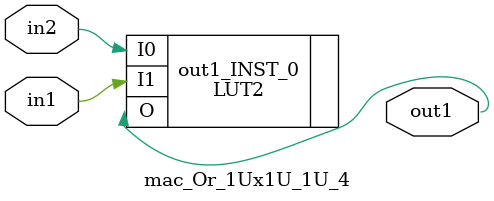
<source format=v>
`timescale 1 ps / 1 ps

(* STRUCTURAL_NETLIST = "yes" *)
module mac_Or_1Ux1U_1U_4
   (in2,
    in1,
    out1);
  input in2;
  input in1;
  output out1;

  wire in1;
  wire in2;
  wire out1;

  LUT2 #(
    .INIT(4'hE)) 
    out1_INST_0
       (.I0(in2),
        .I1(in1),
        .O(out1));
endmodule


</source>
